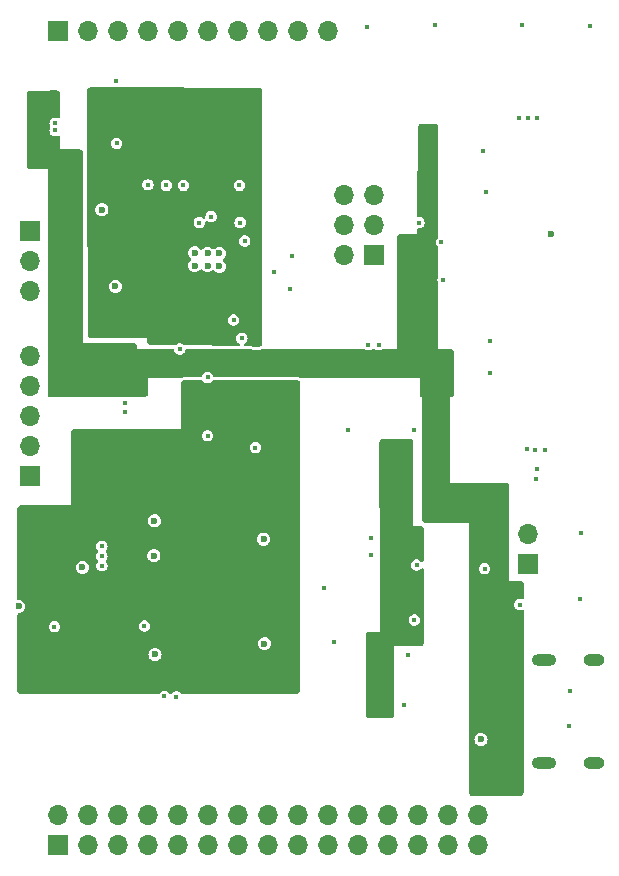
<source format=gbr>
%TF.GenerationSoftware,KiCad,Pcbnew,8.0.4-8.0.4-0~ubuntu22.04.1*%
%TF.CreationDate,2024-09-01T23:10:33+08:00*%
%TF.ProjectId,R820T_With_LCMXO2,52383230-545f-4576-9974-685f4c434d58,rev?*%
%TF.SameCoordinates,Original*%
%TF.FileFunction,Copper,L3,Inr*%
%TF.FilePolarity,Positive*%
%FSLAX46Y46*%
G04 Gerber Fmt 4.6, Leading zero omitted, Abs format (unit mm)*
G04 Created by KiCad (PCBNEW 8.0.4-8.0.4-0~ubuntu22.04.1) date 2024-09-01 23:10:33*
%MOMM*%
%LPD*%
G01*
G04 APERTURE LIST*
%TA.AperFunction,ComponentPad*%
%ADD10O,2.100000X1.000000*%
%TD*%
%TA.AperFunction,ComponentPad*%
%ADD11O,1.800000X1.000000*%
%TD*%
%TA.AperFunction,ComponentPad*%
%ADD12R,1.700000X1.700000*%
%TD*%
%TA.AperFunction,ComponentPad*%
%ADD13O,1.700000X1.700000*%
%TD*%
%TA.AperFunction,ViaPad*%
%ADD14C,0.450000*%
%TD*%
%TA.AperFunction,ViaPad*%
%ADD15C,0.600000*%
%TD*%
G04 APERTURE END LIST*
D10*
%TO.N,AGND*%
%TO.C,J1*%
X148444999Y-139765000D03*
D11*
X152644999Y-139765000D03*
D10*
X148444999Y-131125000D03*
D11*
X152644999Y-131125000D03*
%TD*%
D12*
%TO.N,MIXER_LO*%
%TO.C,J11*%
X134015000Y-96780000D03*
D13*
%TO.N,FPGA_LO*%
X131475000Y-96780000D03*
%TO.N,MIXER_LO*%
X134015000Y-94240000D03*
%TO.N,PLL_LO*%
X131475000Y-94240000D03*
%TO.N,MIXER_LO*%
X134015000Y-91700000D03*
%TO.N,EXT_LO*%
X131475000Y-91700000D03*
%TD*%
D12*
%TO.N,4350_SPI_CLK*%
%TO.C,J9*%
X104925000Y-94750000D03*
D13*
%TO.N,4350_SPI_DATA*%
X104925000Y-97290000D03*
%TO.N,4350_SPI_LE*%
X104925000Y-99830000D03*
%TD*%
D12*
%TO.N,AGND*%
%TO.C,J3*%
X104900000Y-115500000D03*
D13*
%TO.N,TDI*%
X104900000Y-112960000D03*
%TO.N,TDO*%
X104900000Y-110420000D03*
%TO.N,TCK*%
X104900000Y-107880000D03*
%TO.N,TMS*%
X104900000Y-105340000D03*
%TD*%
D12*
%TO.N,Net-(J2-In)*%
%TO.C,J8*%
X147075000Y-122975000D03*
D13*
%TO.N,ADC_IN*%
X147075000Y-120435000D03*
%TD*%
D12*
%TO.N,unconnected-(J5-Pin_1-Pad1)*%
%TO.C,J5*%
X107287113Y-77844521D03*
D13*
%TO.N,unconnected-(J5-Pin_2-Pad2)*%
X109827113Y-77844521D03*
%TO.N,unconnected-(J5-Pin_3-Pad3)*%
X112367113Y-77844521D03*
%TO.N,unconnected-(J5-Pin_4-Pad4)*%
X114907113Y-77844521D03*
%TO.N,unconnected-(J5-Pin_5-Pad5)*%
X117447113Y-77844521D03*
%TO.N,unconnected-(J5-Pin_6-Pad6)*%
X119987113Y-77844521D03*
%TO.N,unconnected-(J5-Pin_7-Pad7)*%
X122527113Y-77844521D03*
%TO.N,unconnected-(J5-Pin_8-Pad8)*%
X125067113Y-77844521D03*
%TO.N,unconnected-(J5-Pin_9-Pad9)*%
X127607113Y-77844521D03*
%TO.N,unconnected-(J5-Pin_10-Pad10)*%
X130147113Y-77844521D03*
%TD*%
D12*
%TO.N,unconnected-(J7-Pin_1-Pad1)*%
%TO.C,J7*%
X107273600Y-146756254D03*
D13*
%TO.N,AGND*%
X107273600Y-144216254D03*
%TO.N,UART0_TXD*%
X109813600Y-146756254D03*
%TO.N,GPIO73*%
X109813600Y-144216254D03*
%TO.N,UART0_RXD*%
X112353600Y-146756254D03*
%TO.N,GPIO72*%
X112353600Y-144216254D03*
%TO.N,unconnected-(J7-Pin_7-Pad7)*%
X114893600Y-146756254D03*
%TO.N,GPIO75*%
X114893600Y-144216254D03*
%TO.N,unconnected-(J7-Pin_9-Pad9)*%
X117433600Y-146756254D03*
%TO.N,GPIO74*%
X117433600Y-144216254D03*
%TO.N,unconnected-(J7-Pin_11-Pad11)*%
X119973600Y-146756254D03*
%TO.N,unconnected-(J7-Pin_12-Pad12)*%
X119973600Y-144216254D03*
%TO.N,unconnected-(J7-Pin_13-Pad13)*%
X122513600Y-146756254D03*
%TO.N,unconnected-(J7-Pin_14-Pad14)*%
X122513600Y-144216254D03*
%TO.N,GPIO69*%
X125053600Y-146756254D03*
%TO.N,GPIO85*%
X125053600Y-144216254D03*
%TO.N,GPIO70*%
X127593600Y-146756254D03*
%TO.N,GPIO84*%
X127593600Y-144216254D03*
%TO.N,AGND*%
X130133600Y-146756254D03*
X130133600Y-144216254D03*
%TO.N,GPIO60*%
X132673600Y-146756254D03*
%TO.N,GPIO63*%
X132673600Y-144216254D03*
%TO.N,GPIO64*%
X135213600Y-146756254D03*
%TO.N,GPIO61*%
X135213600Y-144216254D03*
%TO.N,GPIO67*%
X137753600Y-146756254D03*
%TO.N,GPIO62*%
X137753600Y-144216254D03*
%TO.N,GPIO65*%
X140293600Y-146756254D03*
%TO.N,GPIO66*%
X140293600Y-144216254D03*
%TO.N,VCC*%
X142833600Y-146756254D03*
%TO.N,AGND*%
X142833600Y-144216254D03*
%TD*%
D14*
%TO.N,DONE*%
X106950000Y-128260000D03*
X114575000Y-128200000D03*
%TO.N,+3V3_D*%
X113825000Y-129800000D03*
X125975000Y-131400000D03*
D15*
X104097890Y-128258842D03*
D14*
X113825000Y-123800000D03*
X123975000Y-131250000D03*
D15*
X121925000Y-107850000D03*
D14*
X113920945Y-131274897D03*
X113825000Y-120800000D03*
D15*
X107775000Y-123200000D03*
D14*
X126275000Y-128850000D03*
D15*
X121225000Y-108350000D03*
X121925000Y-108850000D03*
D14*
X113975000Y-118400000D03*
X126225000Y-119800000D03*
D15*
%TO.N,VCC*%
X138925000Y-86450000D03*
X145975000Y-141500000D03*
X146025000Y-139950000D03*
X105125000Y-84350000D03*
X136925000Y-105350000D03*
X136925000Y-106200000D03*
X145075000Y-139400000D03*
X136625000Y-95650000D03*
X112925000Y-107300000D03*
X139225000Y-114550000D03*
X145075000Y-142050000D03*
X145075000Y-140650000D03*
X105175000Y-83450000D03*
X112925000Y-108250000D03*
D14*
%TO.N,+3V3_A*%
X137525000Y-121300000D03*
D15*
X136125000Y-112600000D03*
X135475000Y-113300000D03*
X134825000Y-112600000D03*
D14*
X137725000Y-124350000D03*
X134825000Y-132400000D03*
D15*
X135525000Y-120300000D03*
D14*
%TO.N,AGND*%
X119925000Y-107150000D03*
X122825000Y-103850000D03*
D15*
X118825000Y-97700000D03*
D14*
X146575000Y-77350000D03*
D15*
X115375000Y-122250000D03*
D14*
X147775000Y-114950000D03*
X117875000Y-90900000D03*
X151475000Y-125900000D03*
D15*
X115475000Y-130600000D03*
D14*
X133525000Y-104400000D03*
X148475000Y-113300000D03*
D15*
X120925000Y-97750000D03*
D14*
X133775000Y-120750000D03*
X130625000Y-129550000D03*
X112975000Y-110050000D03*
D15*
X109325000Y-123250000D03*
D14*
X117575000Y-104750000D03*
X112975000Y-109300000D03*
X146275000Y-85200000D03*
X143375000Y-123350000D03*
X122625000Y-90900000D03*
X114875000Y-90850000D03*
X152275000Y-77400000D03*
X112175000Y-82100000D03*
X143225000Y-87950000D03*
D15*
X148975000Y-95000000D03*
D14*
X147725000Y-115800000D03*
X143875000Y-106750000D03*
X112225000Y-87350000D03*
X146375000Y-126400000D03*
D15*
X118825000Y-96600000D03*
D14*
X151525000Y-120300000D03*
X123975000Y-113100000D03*
D15*
X143075000Y-137800000D03*
D14*
X146975000Y-113250000D03*
X147675000Y-113300000D03*
X137425000Y-127700000D03*
X136525000Y-134900000D03*
X126925000Y-99700000D03*
X107025000Y-86250000D03*
D15*
X124675000Y-120850000D03*
D14*
X143875000Y-104050000D03*
X147775000Y-85200000D03*
D15*
X119925000Y-96650000D03*
X103925000Y-126550000D03*
X115425000Y-119300000D03*
D14*
X143475000Y-91450000D03*
D15*
X112125000Y-99450000D03*
D14*
X119925000Y-112100000D03*
X116425000Y-90900000D03*
X131825000Y-111600000D03*
D15*
X124725000Y-129700000D03*
D14*
X137825000Y-94050000D03*
D15*
X110975000Y-92950000D03*
D14*
X139875000Y-98900000D03*
X137625000Y-123050000D03*
X134425000Y-104400000D03*
X137375000Y-111650000D03*
X107025000Y-85650000D03*
X147025000Y-85200000D03*
D15*
X119925000Y-97700000D03*
X120925000Y-96650000D03*
D14*
X133425000Y-77450000D03*
X139175000Y-77300000D03*
%TO.N,Net-(J1-CC1)*%
X150525000Y-136700000D03*
%TO.N,Net-(J1-CC2)*%
X150575000Y-133750000D03*
%TO.N,ADC_CLK*%
X136875000Y-130700000D03*
X129775000Y-125000000D03*
%TO.N,GPIO84*%
X117275000Y-134200000D03*
%TO.N,GPIO85*%
X116275000Y-134150000D03*
%TO.N,Net-(U3-DVDD)*%
X133775000Y-122200000D03*
%TO.N,Net-(U5-VCC)*%
X139725000Y-95700000D03*
%TO.N,+3V3_PLL*%
X116325000Y-98900000D03*
D15*
X113175000Y-83800000D03*
X120475000Y-92500000D03*
X113825000Y-83200000D03*
D14*
X116325000Y-97300000D03*
D15*
X113825000Y-84400000D03*
D14*
X119625000Y-100875000D03*
X116325000Y-95900000D03*
D15*
X113575000Y-96150000D03*
D14*
X122975000Y-98600000D03*
%TO.N,Net-(U7-RSET)*%
X119225000Y-94050000D03*
%TO.N,4350_SPI_CLK*%
X110975000Y-121450000D03*
%TO.N,4350_SPI_DATA*%
X110975000Y-122300000D03*
%TO.N,+3V3_PLL_VCO*%
X123075000Y-95600000D03*
X122675000Y-94050000D03*
%TO.N,4350_SPI_LE*%
X110975000Y-123100000D03*
%TO.N,Net-(U7-VTUNE)*%
X122125000Y-102300000D03*
X120225000Y-93550000D03*
%TO.N,Net-(C61-Pad1)*%
X125575000Y-98200000D03*
%TO.N,Net-(C62-Pad1)*%
X127075000Y-96850000D03*
%TD*%
%TA.AperFunction,Conductor*%
%TO.N,+3V3_PLL*%
G36*
X112080341Y-82608264D02*
G01*
X123974434Y-82649998D01*
X123974507Y-82650019D01*
X123974507Y-82649998D01*
X123974953Y-82649999D01*
X123974993Y-82650000D01*
X123975000Y-82650000D01*
X124308589Y-82650000D01*
X124333170Y-82652421D01*
X124359458Y-82657649D01*
X124393621Y-82664445D01*
X124439037Y-82683257D01*
X124479768Y-82710472D01*
X124514527Y-82745231D01*
X124541741Y-82785959D01*
X124560554Y-82831378D01*
X124572579Y-82891829D01*
X124575000Y-82916411D01*
X124575000Y-104279527D01*
X124572531Y-104304347D01*
X124560274Y-104365350D01*
X124541102Y-104411136D01*
X124513404Y-104452075D01*
X124478038Y-104486901D01*
X124436672Y-104513970D01*
X124390595Y-104532437D01*
X124329413Y-104543753D01*
X124304559Y-104545839D01*
X123085501Y-104527084D01*
X123017696Y-104506037D01*
X122972034Y-104451672D01*
X122963012Y-104381251D01*
X122993495Y-104317131D01*
X123019319Y-104295100D01*
X123026234Y-104290655D01*
X123026240Y-104290654D01*
X123142235Y-104216109D01*
X123232529Y-104111903D01*
X123289808Y-103986480D01*
X123309431Y-103850000D01*
X123309431Y-103849996D01*
X123289809Y-103713526D01*
X123289808Y-103713525D01*
X123289808Y-103713520D01*
X123232529Y-103588097D01*
X123142235Y-103483891D01*
X123142234Y-103483890D01*
X123142233Y-103483889D01*
X123026240Y-103409346D01*
X122893947Y-103370501D01*
X122893944Y-103370500D01*
X122893942Y-103370500D01*
X122756058Y-103370500D01*
X122756056Y-103370500D01*
X122756052Y-103370501D01*
X122623759Y-103409346D01*
X122507766Y-103483889D01*
X122417470Y-103588098D01*
X122360192Y-103713519D01*
X122360190Y-103713526D01*
X122340569Y-103849996D01*
X122340569Y-103850003D01*
X122360190Y-103986473D01*
X122360192Y-103986480D01*
X122417471Y-104111903D01*
X122439728Y-104137589D01*
X122507766Y-104216110D01*
X122617806Y-104286828D01*
X122664299Y-104340483D01*
X122674404Y-104410757D01*
X122644911Y-104475338D01*
X122585185Y-104513722D01*
X122547748Y-104518811D01*
X118004191Y-104448910D01*
X117936386Y-104427863D01*
X117910905Y-104405437D01*
X117896292Y-104388573D01*
X117892234Y-104383889D01*
X117776240Y-104309346D01*
X117643947Y-104270501D01*
X117643944Y-104270500D01*
X117643942Y-104270500D01*
X117506058Y-104270500D01*
X117506056Y-104270500D01*
X117506052Y-104270501D01*
X117373759Y-104309346D01*
X117257766Y-104383889D01*
X117250435Y-104392350D01*
X117190707Y-104430731D01*
X117153275Y-104435819D01*
X116795977Y-104430322D01*
X115087371Y-104404035D01*
X115063078Y-104401289D01*
X115021099Y-104392350D01*
X115003363Y-104388573D01*
X114958600Y-104369423D01*
X114918514Y-104342077D01*
X114884355Y-104307389D01*
X114857625Y-104266880D01*
X114839169Y-104221832D01*
X114827374Y-104161932D01*
X114825000Y-104137589D01*
X114825000Y-104053999D01*
X114825000Y-103800000D01*
X114571003Y-103800000D01*
X110040850Y-103800000D01*
X110016301Y-103797585D01*
X109955931Y-103785593D01*
X109910564Y-103766830D01*
X109869864Y-103739682D01*
X109835114Y-103705006D01*
X109807882Y-103664369D01*
X109789020Y-103619037D01*
X109776900Y-103558692D01*
X109774433Y-103534155D01*
X109771802Y-102299996D01*
X121640569Y-102299996D01*
X121640569Y-102300003D01*
X121660190Y-102436473D01*
X121660192Y-102436480D01*
X121717471Y-102561903D01*
X121807765Y-102666109D01*
X121807766Y-102666110D01*
X121865762Y-102703381D01*
X121923760Y-102740654D01*
X122056058Y-102779500D01*
X122056061Y-102779500D01*
X122193939Y-102779500D01*
X122193942Y-102779500D01*
X122326240Y-102740654D01*
X122442235Y-102666109D01*
X122532529Y-102561903D01*
X122589808Y-102436480D01*
X122609431Y-102300000D01*
X122609431Y-102299996D01*
X122589809Y-102163526D01*
X122589808Y-102163525D01*
X122589808Y-102163520D01*
X122532529Y-102038097D01*
X122442235Y-101933891D01*
X122442234Y-101933890D01*
X122442233Y-101933889D01*
X122326240Y-101859346D01*
X122193947Y-101820501D01*
X122193944Y-101820500D01*
X122193942Y-101820500D01*
X122056058Y-101820500D01*
X122056056Y-101820500D01*
X122056052Y-101820501D01*
X121923759Y-101859346D01*
X121807766Y-101933889D01*
X121717470Y-102038098D01*
X121660192Y-102163519D01*
X121660190Y-102163526D01*
X121640569Y-102299996D01*
X109771802Y-102299996D01*
X109765726Y-99449999D01*
X111565715Y-99449999D01*
X111565715Y-99450000D01*
X111584771Y-99594752D01*
X111640644Y-99729641D01*
X111640649Y-99729649D01*
X111729525Y-99845474D01*
X111845350Y-99934350D01*
X111845357Y-99934355D01*
X111980246Y-99990228D01*
X112125000Y-100009285D01*
X112269754Y-99990228D01*
X112404643Y-99934355D01*
X112520474Y-99845474D01*
X112609355Y-99729643D01*
X112665228Y-99594754D01*
X112684285Y-99450000D01*
X112665228Y-99305246D01*
X112609355Y-99170358D01*
X112520474Y-99054526D01*
X112520472Y-99054524D01*
X112520471Y-99054523D01*
X112404649Y-98965649D01*
X112404641Y-98965644D01*
X112269752Y-98909771D01*
X112125000Y-98890715D01*
X111980247Y-98909771D01*
X111912802Y-98937708D01*
X111845358Y-98965645D01*
X111845357Y-98965646D01*
X111845356Y-98965646D01*
X111729526Y-99054526D01*
X111640646Y-99170356D01*
X111640645Y-99170358D01*
X111612708Y-99237802D01*
X111584771Y-99305247D01*
X111565715Y-99449999D01*
X109765726Y-99449999D01*
X109759650Y-96599999D01*
X118265715Y-96599999D01*
X118265715Y-96600000D01*
X118284771Y-96744752D01*
X118340644Y-96879641D01*
X118340649Y-96879649D01*
X118429525Y-96995474D01*
X118500634Y-97050038D01*
X118542501Y-97107376D01*
X118546723Y-97178247D01*
X118511959Y-97240150D01*
X118500634Y-97249962D01*
X118429528Y-97304523D01*
X118340646Y-97420356D01*
X118340645Y-97420358D01*
X118340080Y-97421723D01*
X118284771Y-97555247D01*
X118265715Y-97699999D01*
X118265715Y-97700000D01*
X118284771Y-97844752D01*
X118340644Y-97979641D01*
X118340649Y-97979649D01*
X118429525Y-98095474D01*
X118545350Y-98184350D01*
X118545357Y-98184355D01*
X118680246Y-98240228D01*
X118825000Y-98259285D01*
X118969754Y-98240228D01*
X119104643Y-98184355D01*
X119220474Y-98095474D01*
X119270984Y-98029649D01*
X119275038Y-98024366D01*
X119332376Y-97982499D01*
X119403247Y-97978277D01*
X119465150Y-98013041D01*
X119474962Y-98024366D01*
X119529525Y-98095474D01*
X119645350Y-98184350D01*
X119645357Y-98184355D01*
X119780246Y-98240228D01*
X119925000Y-98259285D01*
X120069754Y-98240228D01*
X120204643Y-98184355D01*
X120297792Y-98112879D01*
X120327026Y-98090447D01*
X120329048Y-98093082D01*
X120377695Y-98066481D01*
X120448514Y-98071503D01*
X120504514Y-98112879D01*
X120529526Y-98145475D01*
X120645350Y-98234350D01*
X120645357Y-98234355D01*
X120780246Y-98290228D01*
X120925000Y-98309285D01*
X121069754Y-98290228D01*
X121204643Y-98234355D01*
X121320474Y-98145474D01*
X121409355Y-98029643D01*
X121465228Y-97894754D01*
X121484285Y-97750000D01*
X121465228Y-97605246D01*
X121409355Y-97470358D01*
X121320474Y-97354526D01*
X121320472Y-97354524D01*
X121320471Y-97354523D01*
X121249366Y-97299962D01*
X121207499Y-97242624D01*
X121203277Y-97171753D01*
X121238041Y-97109850D01*
X121249366Y-97100038D01*
X121320474Y-97045474D01*
X121394220Y-96949367D01*
X121409355Y-96929643D01*
X121465228Y-96794754D01*
X121484285Y-96650000D01*
X121465228Y-96505246D01*
X121409355Y-96370358D01*
X121320474Y-96254526D01*
X121320472Y-96254524D01*
X121320471Y-96254523D01*
X121204649Y-96165649D01*
X121204641Y-96165644D01*
X121069752Y-96109771D01*
X120925000Y-96090715D01*
X120780247Y-96109771D01*
X120712802Y-96137708D01*
X120645358Y-96165645D01*
X120645357Y-96165646D01*
X120645356Y-96165646D01*
X120529525Y-96254526D01*
X120524962Y-96260474D01*
X120467623Y-96302341D01*
X120396752Y-96306562D01*
X120334850Y-96271797D01*
X120325038Y-96260474D01*
X120320472Y-96254524D01*
X120204649Y-96165649D01*
X120204641Y-96165644D01*
X120069752Y-96109771D01*
X119925000Y-96090715D01*
X119780247Y-96109771D01*
X119712802Y-96137708D01*
X119645358Y-96165645D01*
X119645357Y-96165646D01*
X119645356Y-96165646D01*
X119529525Y-96254526D01*
X119494145Y-96300635D01*
X119436807Y-96342502D01*
X119365936Y-96346723D01*
X119304033Y-96311958D01*
X119294221Y-96300634D01*
X119220474Y-96204525D01*
X119104649Y-96115649D01*
X119104641Y-96115644D01*
X118969752Y-96059771D01*
X118825000Y-96040715D01*
X118680247Y-96059771D01*
X118612802Y-96087708D01*
X118545358Y-96115645D01*
X118545357Y-96115646D01*
X118545356Y-96115646D01*
X118429526Y-96204526D01*
X118340646Y-96320356D01*
X118340645Y-96320358D01*
X118319935Y-96370356D01*
X118284771Y-96455247D01*
X118265715Y-96599999D01*
X109759650Y-96599999D01*
X109757518Y-95599996D01*
X122590569Y-95599996D01*
X122590569Y-95600003D01*
X122610190Y-95736473D01*
X122610192Y-95736480D01*
X122667471Y-95861903D01*
X122757765Y-95966109D01*
X122757766Y-95966110D01*
X122815762Y-96003381D01*
X122873760Y-96040654D01*
X123006058Y-96079500D01*
X123006061Y-96079500D01*
X123143939Y-96079500D01*
X123143942Y-96079500D01*
X123276240Y-96040654D01*
X123392235Y-95966109D01*
X123482529Y-95861903D01*
X123539808Y-95736480D01*
X123559431Y-95600000D01*
X123559431Y-95599996D01*
X123539809Y-95463526D01*
X123539808Y-95463525D01*
X123539808Y-95463520D01*
X123482529Y-95338097D01*
X123392235Y-95233891D01*
X123392234Y-95233890D01*
X123392233Y-95233889D01*
X123276240Y-95159346D01*
X123143947Y-95120501D01*
X123143944Y-95120500D01*
X123143942Y-95120500D01*
X123006058Y-95120500D01*
X123006056Y-95120500D01*
X123006052Y-95120501D01*
X122873759Y-95159346D01*
X122757766Y-95233889D01*
X122667470Y-95338098D01*
X122610192Y-95463519D01*
X122610190Y-95463526D01*
X122590569Y-95599996D01*
X109757518Y-95599996D01*
X109754214Y-94049996D01*
X118740569Y-94049996D01*
X118740569Y-94050003D01*
X118760190Y-94186473D01*
X118760192Y-94186480D01*
X118817471Y-94311903D01*
X118907765Y-94416109D01*
X118907766Y-94416110D01*
X118965762Y-94453381D01*
X119023760Y-94490654D01*
X119156058Y-94529500D01*
X119156061Y-94529500D01*
X119293939Y-94529500D01*
X119293942Y-94529500D01*
X119426240Y-94490654D01*
X119542235Y-94416109D01*
X119632529Y-94311903D01*
X119689808Y-94186480D01*
X119709431Y-94050000D01*
X119709431Y-94049996D01*
X122190569Y-94049996D01*
X122190569Y-94050003D01*
X122210190Y-94186473D01*
X122210192Y-94186480D01*
X122267471Y-94311903D01*
X122357765Y-94416109D01*
X122357766Y-94416110D01*
X122415762Y-94453381D01*
X122473760Y-94490654D01*
X122606058Y-94529500D01*
X122606061Y-94529500D01*
X122743939Y-94529500D01*
X122743942Y-94529500D01*
X122876240Y-94490654D01*
X122992235Y-94416109D01*
X123082529Y-94311903D01*
X123139808Y-94186480D01*
X123159431Y-94050000D01*
X123159431Y-94049996D01*
X123139809Y-93913526D01*
X123139808Y-93913525D01*
X123139808Y-93913520D01*
X123082529Y-93788097D01*
X122992235Y-93683891D01*
X122992234Y-93683890D01*
X122992233Y-93683889D01*
X122876240Y-93609346D01*
X122743947Y-93570501D01*
X122743944Y-93570500D01*
X122743942Y-93570500D01*
X122606058Y-93570500D01*
X122606056Y-93570500D01*
X122606052Y-93570501D01*
X122473759Y-93609346D01*
X122357766Y-93683889D01*
X122267470Y-93788098D01*
X122210192Y-93913519D01*
X122210190Y-93913526D01*
X122190569Y-94049996D01*
X119709431Y-94049996D01*
X119707292Y-94035120D01*
X119717395Y-93964846D01*
X119763888Y-93911190D01*
X119832009Y-93891188D01*
X119900129Y-93911190D01*
X119900243Y-93911275D01*
X119919508Y-93923656D01*
X120023760Y-93990654D01*
X120156058Y-94029500D01*
X120156061Y-94029500D01*
X120293939Y-94029500D01*
X120293942Y-94029500D01*
X120426240Y-93990654D01*
X120542235Y-93916109D01*
X120632529Y-93811903D01*
X120689808Y-93686480D01*
X120697187Y-93635157D01*
X120709431Y-93550003D01*
X120709431Y-93549996D01*
X120689809Y-93413526D01*
X120689808Y-93413525D01*
X120689808Y-93413520D01*
X120632529Y-93288097D01*
X120542235Y-93183891D01*
X120542234Y-93183890D01*
X120542233Y-93183889D01*
X120426240Y-93109346D01*
X120293947Y-93070501D01*
X120293944Y-93070500D01*
X120293942Y-93070500D01*
X120156058Y-93070500D01*
X120156056Y-93070500D01*
X120156052Y-93070501D01*
X120023759Y-93109346D01*
X119907766Y-93183889D01*
X119817470Y-93288098D01*
X119760192Y-93413519D01*
X119760190Y-93413526D01*
X119740569Y-93549996D01*
X119740569Y-93550002D01*
X119742708Y-93564883D01*
X119732602Y-93635157D01*
X119686107Y-93688811D01*
X119617986Y-93708811D01*
X119549866Y-93688807D01*
X119549748Y-93688719D01*
X119426240Y-93609346D01*
X119293947Y-93570501D01*
X119293944Y-93570500D01*
X119293942Y-93570500D01*
X119156058Y-93570500D01*
X119156056Y-93570500D01*
X119156052Y-93570501D01*
X119023759Y-93609346D01*
X118907766Y-93683889D01*
X118817470Y-93788098D01*
X118760192Y-93913519D01*
X118760190Y-93913526D01*
X118740569Y-94049996D01*
X109754214Y-94049996D01*
X109751869Y-92949999D01*
X110415715Y-92949999D01*
X110415715Y-92950000D01*
X110434771Y-93094752D01*
X110490644Y-93229641D01*
X110490649Y-93229649D01*
X110579525Y-93345474D01*
X110668212Y-93413526D01*
X110695357Y-93434355D01*
X110830246Y-93490228D01*
X110975000Y-93509285D01*
X111119754Y-93490228D01*
X111254643Y-93434355D01*
X111370474Y-93345474D01*
X111459355Y-93229643D01*
X111515228Y-93094754D01*
X111534285Y-92950000D01*
X111515228Y-92805246D01*
X111459355Y-92670358D01*
X111370474Y-92554526D01*
X111370472Y-92554524D01*
X111370471Y-92554523D01*
X111254649Y-92465649D01*
X111254641Y-92465644D01*
X111119752Y-92409771D01*
X110975000Y-92390715D01*
X110830247Y-92409771D01*
X110762802Y-92437708D01*
X110695358Y-92465645D01*
X110695357Y-92465646D01*
X110695356Y-92465646D01*
X110579526Y-92554526D01*
X110490646Y-92670356D01*
X110490645Y-92670358D01*
X110462708Y-92737802D01*
X110434771Y-92805247D01*
X110415715Y-92949999D01*
X109751869Y-92949999D01*
X109747392Y-90849996D01*
X114390569Y-90849996D01*
X114390569Y-90850003D01*
X114410190Y-90986473D01*
X114410192Y-90986480D01*
X114467471Y-91111903D01*
X114510794Y-91161901D01*
X114557766Y-91216110D01*
X114615762Y-91253381D01*
X114673760Y-91290654D01*
X114806058Y-91329500D01*
X114806061Y-91329500D01*
X114943939Y-91329500D01*
X114943942Y-91329500D01*
X115076240Y-91290654D01*
X115192235Y-91216109D01*
X115282529Y-91111903D01*
X115339808Y-90986480D01*
X115352243Y-90899996D01*
X115940569Y-90899996D01*
X115940569Y-90900003D01*
X115960190Y-91036473D01*
X115960192Y-91036480D01*
X116017471Y-91161903D01*
X116107765Y-91266109D01*
X116107766Y-91266110D01*
X116145956Y-91290653D01*
X116223760Y-91340654D01*
X116356058Y-91379500D01*
X116356061Y-91379500D01*
X116493939Y-91379500D01*
X116493942Y-91379500D01*
X116626240Y-91340654D01*
X116742235Y-91266109D01*
X116832529Y-91161903D01*
X116889808Y-91036480D01*
X116909431Y-90900000D01*
X116909431Y-90899996D01*
X117390569Y-90899996D01*
X117390569Y-90900003D01*
X117410190Y-91036473D01*
X117410192Y-91036480D01*
X117467471Y-91161903D01*
X117557765Y-91266109D01*
X117557766Y-91266110D01*
X117595956Y-91290653D01*
X117673760Y-91340654D01*
X117806058Y-91379500D01*
X117806061Y-91379500D01*
X117943939Y-91379500D01*
X117943942Y-91379500D01*
X118076240Y-91340654D01*
X118192235Y-91266109D01*
X118282529Y-91161903D01*
X118339808Y-91036480D01*
X118359431Y-90900000D01*
X118359431Y-90899996D01*
X122140569Y-90899996D01*
X122140569Y-90900003D01*
X122160190Y-91036473D01*
X122160192Y-91036480D01*
X122217471Y-91161903D01*
X122307765Y-91266109D01*
X122307766Y-91266110D01*
X122345956Y-91290653D01*
X122423760Y-91340654D01*
X122556058Y-91379500D01*
X122556061Y-91379500D01*
X122693939Y-91379500D01*
X122693942Y-91379500D01*
X122826240Y-91340654D01*
X122942235Y-91266109D01*
X123032529Y-91161903D01*
X123089808Y-91036480D01*
X123109431Y-90900000D01*
X123109431Y-90899996D01*
X123089809Y-90763526D01*
X123089808Y-90763525D01*
X123089808Y-90763520D01*
X123032529Y-90638097D01*
X122942235Y-90533891D01*
X122942234Y-90533890D01*
X122942233Y-90533889D01*
X122826240Y-90459346D01*
X122693947Y-90420501D01*
X122693944Y-90420500D01*
X122693942Y-90420500D01*
X122556058Y-90420500D01*
X122556056Y-90420500D01*
X122556052Y-90420501D01*
X122423759Y-90459346D01*
X122307766Y-90533889D01*
X122217470Y-90638098D01*
X122160192Y-90763519D01*
X122160190Y-90763526D01*
X122140569Y-90899996D01*
X118359431Y-90899996D01*
X118339809Y-90763526D01*
X118339808Y-90763525D01*
X118339808Y-90763520D01*
X118282529Y-90638097D01*
X118192235Y-90533891D01*
X118192234Y-90533890D01*
X118192233Y-90533889D01*
X118076240Y-90459346D01*
X117943947Y-90420501D01*
X117943944Y-90420500D01*
X117943942Y-90420500D01*
X117806058Y-90420500D01*
X117806056Y-90420500D01*
X117806052Y-90420501D01*
X117673759Y-90459346D01*
X117557766Y-90533889D01*
X117467470Y-90638098D01*
X117410192Y-90763519D01*
X117410190Y-90763526D01*
X117390569Y-90899996D01*
X116909431Y-90899996D01*
X116889809Y-90763526D01*
X116889808Y-90763525D01*
X116889808Y-90763520D01*
X116832529Y-90638097D01*
X116742235Y-90533891D01*
X116742234Y-90533890D01*
X116742233Y-90533889D01*
X116626240Y-90459346D01*
X116493947Y-90420501D01*
X116493944Y-90420500D01*
X116493942Y-90420500D01*
X116356058Y-90420500D01*
X116356056Y-90420500D01*
X116356052Y-90420501D01*
X116223759Y-90459346D01*
X116107766Y-90533889D01*
X116017470Y-90638098D01*
X115960192Y-90763519D01*
X115960190Y-90763526D01*
X115940569Y-90899996D01*
X115352243Y-90899996D01*
X115359431Y-90850000D01*
X115359431Y-90849996D01*
X115339809Y-90713526D01*
X115339808Y-90713525D01*
X115339808Y-90713520D01*
X115282529Y-90588097D01*
X115192235Y-90483891D01*
X115192234Y-90483890D01*
X115192233Y-90483889D01*
X115076240Y-90409346D01*
X114943947Y-90370501D01*
X114943944Y-90370500D01*
X114943942Y-90370500D01*
X114806058Y-90370500D01*
X114806056Y-90370500D01*
X114806052Y-90370501D01*
X114673759Y-90409346D01*
X114557766Y-90483889D01*
X114467470Y-90588098D01*
X114410192Y-90713519D01*
X114410190Y-90713526D01*
X114390569Y-90849996D01*
X109747392Y-90849996D01*
X109739931Y-87349996D01*
X111740569Y-87349996D01*
X111740569Y-87350003D01*
X111760190Y-87486473D01*
X111760192Y-87486480D01*
X111817471Y-87611903D01*
X111907765Y-87716109D01*
X111907766Y-87716110D01*
X111965762Y-87753381D01*
X112023760Y-87790654D01*
X112156058Y-87829500D01*
X112156061Y-87829500D01*
X112293939Y-87829500D01*
X112293942Y-87829500D01*
X112426240Y-87790654D01*
X112542235Y-87716109D01*
X112632529Y-87611903D01*
X112689808Y-87486480D01*
X112709431Y-87350000D01*
X112709431Y-87349996D01*
X112689809Y-87213526D01*
X112689808Y-87213525D01*
X112689808Y-87213520D01*
X112632529Y-87088097D01*
X112542235Y-86983891D01*
X112542234Y-86983890D01*
X112542233Y-86983889D01*
X112426240Y-86909346D01*
X112293947Y-86870501D01*
X112293944Y-86870500D01*
X112293942Y-86870500D01*
X112156058Y-86870500D01*
X112156056Y-86870500D01*
X112156052Y-86870501D01*
X112023759Y-86909346D01*
X111907766Y-86983889D01*
X111817470Y-87088098D01*
X111760192Y-87213519D01*
X111760190Y-87213526D01*
X111740569Y-87349996D01*
X109739931Y-87349996D01*
X109739640Y-87213519D01*
X109737501Y-86210173D01*
X109737501Y-86210172D01*
X109737500Y-86209719D01*
X109737500Y-83093193D01*
X109737500Y-83090000D01*
X109731572Y-82857633D01*
X109733444Y-82832553D01*
X109741657Y-82785959D01*
X109743235Y-82777001D01*
X109761542Y-82730416D01*
X109785187Y-82693884D01*
X109820185Y-82658107D01*
X109856188Y-82633665D01*
X109902359Y-82614338D01*
X109957683Y-82603326D01*
X109982715Y-82600904D01*
X112080341Y-82608264D01*
G37*
%TD.AperFunction*%
%TD*%
%TA.AperFunction,Conductor*%
%TO.N,+3V3_A*%
G36*
X137083170Y-112352421D02*
G01*
X137109458Y-112357649D01*
X137143621Y-112364445D01*
X137189037Y-112383257D01*
X137229768Y-112410472D01*
X137264527Y-112445231D01*
X137291741Y-112485959D01*
X137310554Y-112531378D01*
X137322579Y-112591829D01*
X137325000Y-112616411D01*
X137325000Y-119750000D01*
X137958589Y-119750000D01*
X137983170Y-119752421D01*
X138009458Y-119757649D01*
X138043621Y-119764445D01*
X138089037Y-119783257D01*
X138129768Y-119810472D01*
X138164527Y-119845231D01*
X138191741Y-119885959D01*
X138210554Y-119931378D01*
X138222579Y-119991829D01*
X138225000Y-120016411D01*
X138225000Y-122672401D01*
X138204998Y-122740522D01*
X138151342Y-122787015D01*
X138081068Y-122797119D01*
X138016488Y-122767625D01*
X138003775Y-122754913D01*
X137942233Y-122683889D01*
X137826240Y-122609346D01*
X137693947Y-122570501D01*
X137693944Y-122570500D01*
X137693942Y-122570500D01*
X137556058Y-122570500D01*
X137556056Y-122570500D01*
X137556052Y-122570501D01*
X137423759Y-122609346D01*
X137307766Y-122683889D01*
X137217470Y-122788098D01*
X137160192Y-122913519D01*
X137160190Y-122913526D01*
X137140569Y-123049996D01*
X137140569Y-123050003D01*
X137160190Y-123186473D01*
X137160192Y-123186480D01*
X137217471Y-123311903D01*
X137246225Y-123345087D01*
X137307766Y-123416110D01*
X137325642Y-123427598D01*
X137423760Y-123490654D01*
X137556058Y-123529500D01*
X137556061Y-123529500D01*
X137693939Y-123529500D01*
X137693942Y-123529500D01*
X137826240Y-123490654D01*
X137942235Y-123416109D01*
X138003775Y-123345086D01*
X138063500Y-123306702D01*
X138134497Y-123306701D01*
X138194224Y-123345084D01*
X138223717Y-123409665D01*
X138225000Y-123427598D01*
X138225000Y-129633588D01*
X138222579Y-129658170D01*
X138210554Y-129718621D01*
X138191741Y-129764040D01*
X138164530Y-129804765D01*
X138129765Y-129839530D01*
X138089040Y-129866741D01*
X138043622Y-129885554D01*
X138005376Y-129893162D01*
X137983169Y-129897579D01*
X137958589Y-129900000D01*
X135725000Y-129900000D01*
X135725000Y-130153996D01*
X135725000Y-135733588D01*
X135722579Y-135758170D01*
X135710554Y-135818621D01*
X135691741Y-135864040D01*
X135664530Y-135904765D01*
X135629765Y-135939530D01*
X135589040Y-135966741D01*
X135543622Y-135985554D01*
X135505376Y-135993162D01*
X135483169Y-135997579D01*
X135458589Y-136000000D01*
X133591411Y-136000000D01*
X133566829Y-135997579D01*
X133506378Y-135985554D01*
X133460959Y-135966741D01*
X133420231Y-135939527D01*
X133385472Y-135904768D01*
X133358257Y-135864037D01*
X133339445Y-135818619D01*
X133327421Y-135758168D01*
X133325000Y-135733588D01*
X133325000Y-128966411D01*
X133327421Y-128941831D01*
X133339445Y-128881380D01*
X133358256Y-128835963D01*
X133385474Y-128795228D01*
X133420228Y-128760474D01*
X133460963Y-128733256D01*
X133506378Y-128714445D01*
X133530096Y-128709727D01*
X133566831Y-128702421D01*
X133591411Y-128700000D01*
X134269962Y-128700000D01*
X134269965Y-128700000D01*
X134525000Y-128700000D01*
X134520935Y-127699996D01*
X136940569Y-127699996D01*
X136940569Y-127700003D01*
X136960190Y-127836473D01*
X136960192Y-127836480D01*
X137017471Y-127961903D01*
X137107765Y-128066109D01*
X137107766Y-128066110D01*
X137165762Y-128103381D01*
X137223760Y-128140654D01*
X137356058Y-128179500D01*
X137356061Y-128179500D01*
X137493939Y-128179500D01*
X137493942Y-128179500D01*
X137626240Y-128140654D01*
X137742235Y-128066109D01*
X137832529Y-127961903D01*
X137889808Y-127836480D01*
X137909431Y-127700000D01*
X137909431Y-127699996D01*
X137889809Y-127563526D01*
X137889808Y-127563525D01*
X137889808Y-127563520D01*
X137832529Y-127438097D01*
X137742235Y-127333891D01*
X137742234Y-127333890D01*
X137742233Y-127333889D01*
X137626240Y-127259346D01*
X137493947Y-127220501D01*
X137493944Y-127220500D01*
X137493942Y-127220500D01*
X137356058Y-127220500D01*
X137356056Y-127220500D01*
X137356052Y-127220501D01*
X137223759Y-127259346D01*
X137107766Y-127333889D01*
X137017470Y-127438098D01*
X136960192Y-127563519D01*
X136960190Y-127563526D01*
X136940569Y-127699996D01*
X134520935Y-127699996D01*
X134489170Y-119885959D01*
X134475002Y-116400516D01*
X134475001Y-116400004D01*
X134475001Y-116400000D01*
X134475000Y-116399484D01*
X134475000Y-112616411D01*
X134477421Y-112591831D01*
X134489445Y-112531380D01*
X134508256Y-112485963D01*
X134535474Y-112445228D01*
X134570228Y-112410474D01*
X134610963Y-112383256D01*
X134656378Y-112364445D01*
X134680096Y-112359727D01*
X134716831Y-112352421D01*
X134741411Y-112350000D01*
X137058589Y-112350000D01*
X137083170Y-112352421D01*
G37*
%TD.AperFunction*%
%TD*%
%TA.AperFunction,Conductor*%
%TO.N,VCC*%
G36*
X140471120Y-108951444D02*
G01*
X140471119Y-108951448D01*
X140426649Y-115844361D01*
X140425000Y-116100000D01*
X145208589Y-116100000D01*
X145233170Y-116102421D01*
X145259458Y-116107649D01*
X145293621Y-116114445D01*
X145339037Y-116133257D01*
X145379768Y-116160472D01*
X145414527Y-116195231D01*
X145441741Y-116235959D01*
X145460554Y-116281378D01*
X145472579Y-116341829D01*
X145475000Y-116366411D01*
X145475000Y-124400000D01*
X146457868Y-124400000D01*
X146482490Y-124402428D01*
X146543039Y-124414494D01*
X146588526Y-124433372D01*
X146629291Y-124460671D01*
X146664067Y-124495544D01*
X146691252Y-124536382D01*
X146710004Y-124581917D01*
X146721903Y-124642497D01*
X146724265Y-124667128D01*
X146721059Y-125833898D01*
X146700869Y-125901964D01*
X146647086Y-125948309D01*
X146576785Y-125958220D01*
X146559561Y-125954448D01*
X146443947Y-125920501D01*
X146443944Y-125920500D01*
X146443942Y-125920500D01*
X146306058Y-125920500D01*
X146306056Y-125920500D01*
X146306052Y-125920501D01*
X146173759Y-125959346D01*
X146057766Y-126033889D01*
X145967470Y-126138098D01*
X145910192Y-126263519D01*
X145910190Y-126263526D01*
X145890569Y-126399996D01*
X145890569Y-126400003D01*
X145910190Y-126536473D01*
X145910192Y-126536480D01*
X145967471Y-126661903D01*
X146057765Y-126766109D01*
X146057766Y-126766110D01*
X146115762Y-126803381D01*
X146173760Y-126840654D01*
X146306058Y-126879500D01*
X146306061Y-126879500D01*
X146443939Y-126879500D01*
X146443942Y-126879500D01*
X146556449Y-126846465D01*
X146627443Y-126846465D01*
X146687169Y-126884848D01*
X146716662Y-126949429D01*
X146717945Y-126967707D01*
X146675730Y-142334313D01*
X146673249Y-142358848D01*
X146661100Y-142419161D01*
X146642226Y-142464461D01*
X146614990Y-142505072D01*
X146580240Y-142539728D01*
X146539553Y-142566854D01*
X146494198Y-142585604D01*
X146458010Y-142592789D01*
X146433848Y-142597587D01*
X146409311Y-142600000D01*
X142341411Y-142600000D01*
X142316829Y-142597579D01*
X142256378Y-142585554D01*
X142210959Y-142566741D01*
X142170231Y-142539527D01*
X142135472Y-142504768D01*
X142108257Y-142464037D01*
X142089445Y-142418619D01*
X142077421Y-142358168D01*
X142075000Y-142333588D01*
X142075000Y-137799999D01*
X142515715Y-137799999D01*
X142515715Y-137800000D01*
X142534771Y-137944752D01*
X142590644Y-138079641D01*
X142590649Y-138079649D01*
X142679525Y-138195474D01*
X142795350Y-138284350D01*
X142795357Y-138284355D01*
X142930246Y-138340228D01*
X143075000Y-138359285D01*
X143219754Y-138340228D01*
X143354643Y-138284355D01*
X143470474Y-138195474D01*
X143559355Y-138079643D01*
X143615228Y-137944754D01*
X143634285Y-137800000D01*
X143615228Y-137655246D01*
X143559355Y-137520358D01*
X143470474Y-137404526D01*
X143470472Y-137404524D01*
X143470471Y-137404523D01*
X143354649Y-137315649D01*
X143354641Y-137315644D01*
X143219752Y-137259771D01*
X143075000Y-137240715D01*
X142930247Y-137259771D01*
X142862802Y-137287708D01*
X142795358Y-137315645D01*
X142795357Y-137315646D01*
X142795356Y-137315646D01*
X142679526Y-137404526D01*
X142590646Y-137520356D01*
X142590645Y-137520358D01*
X142562708Y-137587802D01*
X142534771Y-137655247D01*
X142515715Y-137799999D01*
X142075000Y-137799999D01*
X142075000Y-123349996D01*
X142890569Y-123349996D01*
X142890569Y-123350003D01*
X142910190Y-123486473D01*
X142910192Y-123486480D01*
X142967471Y-123611903D01*
X143057765Y-123716109D01*
X143057766Y-123716110D01*
X143115762Y-123753381D01*
X143173760Y-123790654D01*
X143306058Y-123829500D01*
X143306061Y-123829500D01*
X143443939Y-123829500D01*
X143443942Y-123829500D01*
X143576240Y-123790654D01*
X143692235Y-123716109D01*
X143782529Y-123611903D01*
X143839808Y-123486480D01*
X143859431Y-123350000D01*
X143859431Y-123349996D01*
X143839809Y-123213526D01*
X143839808Y-123213525D01*
X143839808Y-123213520D01*
X143782529Y-123088097D01*
X143692235Y-122983891D01*
X143692234Y-122983890D01*
X143692233Y-122983889D01*
X143576240Y-122909346D01*
X143443947Y-122870501D01*
X143443944Y-122870500D01*
X143443942Y-122870500D01*
X143306058Y-122870500D01*
X143306056Y-122870500D01*
X143306052Y-122870501D01*
X143173759Y-122909346D01*
X143057766Y-122983889D01*
X142967470Y-123088098D01*
X142910192Y-123213519D01*
X142910190Y-123213526D01*
X142890569Y-123349996D01*
X142075000Y-123349996D01*
X142075000Y-119703999D01*
X142075000Y-119450000D01*
X141821003Y-119450000D01*
X138341411Y-119450000D01*
X138316829Y-119447579D01*
X138256378Y-119435554D01*
X138210959Y-119416741D01*
X138170231Y-119389527D01*
X138135472Y-119354768D01*
X138108257Y-119314037D01*
X138089445Y-119268619D01*
X138077421Y-119208168D01*
X138075000Y-119183588D01*
X138075000Y-108874999D01*
X138075000Y-108800000D01*
X140472097Y-108800000D01*
X140471120Y-108951444D01*
G37*
%TD.AperFunction*%
%TD*%
%TA.AperFunction,Conductor*%
%TO.N,VCC*%
G36*
X117049511Y-104770002D02*
G01*
X117096004Y-104823658D01*
X117106106Y-104858064D01*
X117110192Y-104886480D01*
X117167471Y-105011903D01*
X117257765Y-105116109D01*
X117257766Y-105116110D01*
X117315762Y-105153381D01*
X117373760Y-105190654D01*
X117506058Y-105229500D01*
X117506061Y-105229500D01*
X117643939Y-105229500D01*
X117643942Y-105229500D01*
X117776240Y-105190654D01*
X117892235Y-105116109D01*
X117982529Y-105011903D01*
X118039808Y-104886480D01*
X118043893Y-104858067D01*
X118073384Y-104793489D01*
X118133110Y-104755104D01*
X118168610Y-104750000D01*
X120704596Y-104750000D01*
X120706534Y-104750015D01*
X122543752Y-104778280D01*
X122543752Y-104778279D01*
X122543756Y-104778280D01*
X122567044Y-104776884D01*
X122582688Y-104775947D01*
X122582690Y-104775946D01*
X122582702Y-104775946D01*
X122620139Y-104770857D01*
X122631261Y-104769099D01*
X122645471Y-104763507D01*
X122657568Y-104758749D01*
X122703699Y-104750000D01*
X122909187Y-104750000D01*
X122946540Y-104755664D01*
X123008572Y-104774919D01*
X123081509Y-104786553D01*
X124300567Y-104805308D01*
X124300596Y-104805307D01*
X124300608Y-104805307D01*
X124311077Y-104804948D01*
X124326263Y-104804430D01*
X124351117Y-104802344D01*
X124376609Y-104798925D01*
X124376629Y-104798921D01*
X124376645Y-104798919D01*
X124414516Y-104791913D01*
X124437791Y-104787609D01*
X124487134Y-104773311D01*
X124522734Y-104759042D01*
X124569607Y-104750000D01*
X133145702Y-104750000D01*
X133213822Y-104770002D01*
X133241223Y-104787611D01*
X133323760Y-104840654D01*
X133456058Y-104879500D01*
X133456061Y-104879500D01*
X133593939Y-104879500D01*
X133593942Y-104879500D01*
X133726240Y-104840654D01*
X133808780Y-104787609D01*
X133836178Y-104770002D01*
X133904298Y-104750000D01*
X134045702Y-104750000D01*
X134113822Y-104770002D01*
X134141223Y-104787611D01*
X134223760Y-104840654D01*
X134356058Y-104879500D01*
X134356061Y-104879500D01*
X134493939Y-104879500D01*
X134493942Y-104879500D01*
X134626240Y-104840654D01*
X134708780Y-104787609D01*
X134736178Y-104770002D01*
X134804298Y-104750000D01*
X135671000Y-104750000D01*
X135925000Y-104750000D01*
X135925000Y-105512500D01*
X139425000Y-105500000D01*
X139426894Y-104750000D01*
X139681536Y-104750000D01*
X139681537Y-104750000D01*
X140508589Y-104750000D01*
X140533170Y-104752421D01*
X140546659Y-104755104D01*
X140593621Y-104764445D01*
X140639037Y-104783257D01*
X140679768Y-104810472D01*
X140714527Y-104845231D01*
X140729770Y-104868043D01*
X140741741Y-104885959D01*
X140760554Y-104931378D01*
X140772579Y-104991829D01*
X140775000Y-105016411D01*
X140775000Y-108631961D01*
X140770706Y-108664573D01*
X140763447Y-108691663D01*
X140730836Y-108748146D01*
X140723146Y-108755836D01*
X140666663Y-108788447D01*
X140623549Y-108800000D01*
X138001352Y-108800000D01*
X137947501Y-108756603D01*
X137925080Y-108689240D01*
X137925000Y-108684743D01*
X137925000Y-107454551D01*
X137925000Y-107200000D01*
X137670449Y-107200552D01*
X137612130Y-107200678D01*
X127822808Y-107221912D01*
X127763075Y-107207000D01*
X127738113Y-107193639D01*
X127738110Y-107193638D01*
X127738105Y-107193635D01*
X127692644Y-107174779D01*
X127692638Y-107174777D01*
X127692626Y-107174773D01*
X127643911Y-107159977D01*
X127643908Y-107159976D01*
X127615156Y-107154250D01*
X127597593Y-107150752D01*
X127597581Y-107150749D01*
X127596231Y-107150481D01*
X127596213Y-107150477D01*
X127583374Y-107147921D01*
X127583366Y-107147919D01*
X127583346Y-107147916D01*
X127558187Y-107144181D01*
X127533563Y-107141752D01*
X127509566Y-107140572D01*
X127508098Y-107140500D01*
X127508097Y-107140500D01*
X120517245Y-107140500D01*
X120449124Y-107120498D01*
X120402631Y-107066842D01*
X120392528Y-107032433D01*
X120389809Y-107013526D01*
X120389808Y-107013525D01*
X120389808Y-107013520D01*
X120332529Y-106888097D01*
X120242235Y-106783891D01*
X120242234Y-106783890D01*
X120242233Y-106783889D01*
X120126240Y-106709346D01*
X119993947Y-106670501D01*
X119993944Y-106670500D01*
X119993942Y-106670500D01*
X119856058Y-106670500D01*
X119856056Y-106670500D01*
X119856052Y-106670501D01*
X119723759Y-106709346D01*
X119607766Y-106783889D01*
X119517470Y-106888098D01*
X119460192Y-107013519D01*
X119460190Y-107013526D01*
X119457472Y-107032433D01*
X119427978Y-107097014D01*
X119368252Y-107135397D01*
X119332755Y-107140500D01*
X117941406Y-107140500D01*
X117920214Y-107141541D01*
X117915975Y-107141750D01*
X117915972Y-107141750D01*
X117915948Y-107141752D01*
X117891412Y-107144168D01*
X117866221Y-107147904D01*
X117851917Y-107150749D01*
X117829477Y-107155212D01*
X117829471Y-107155213D01*
X117828095Y-107155487D01*
X117828087Y-107155488D01*
X117813908Y-107158309D01*
X117805750Y-107159932D01*
X117805746Y-107159933D01*
X117805742Y-107159934D01*
X117757073Y-107174697D01*
X117711662Y-107193506D01*
X117699513Y-107200000D01*
X117666793Y-107217489D01*
X117666788Y-107217492D01*
X117666783Y-107217495D01*
X117658720Y-107222882D01*
X117590966Y-107244092D01*
X117588999Y-107244112D01*
X115128449Y-107249450D01*
X115128446Y-107249450D01*
X115128445Y-107249450D01*
X114875000Y-107250000D01*
X114875000Y-107503450D01*
X114875000Y-107503451D01*
X114875000Y-108532978D01*
X114872572Y-108557595D01*
X114860513Y-108618129D01*
X114841644Y-108663607D01*
X114814359Y-108704363D01*
X114779505Y-108739135D01*
X114738682Y-108766326D01*
X114693164Y-108785087D01*
X114632603Y-108797006D01*
X114607979Y-108799378D01*
X114062442Y-108798106D01*
X113940110Y-104750000D01*
X114186553Y-104750000D01*
X116981390Y-104750000D01*
X117049511Y-104770002D01*
G37*
%TD.AperFunction*%
%TD*%
%TA.AperFunction,Conductor*%
%TO.N,VCC*%
G36*
X107178811Y-82856873D02*
G01*
X107200912Y-82860911D01*
X107240107Y-82868072D01*
X107286286Y-82886479D01*
X107327758Y-82913525D01*
X107363222Y-82948362D01*
X107369429Y-82957518D01*
X107391001Y-82989340D01*
X107410229Y-83035181D01*
X107422523Y-83096270D01*
X107425000Y-83121129D01*
X107425000Y-85106329D01*
X107404998Y-85174450D01*
X107351342Y-85220943D01*
X107281068Y-85231047D01*
X107230885Y-85212331D01*
X107226239Y-85209345D01*
X107093947Y-85170501D01*
X107093944Y-85170500D01*
X107093942Y-85170500D01*
X106956058Y-85170500D01*
X106956056Y-85170500D01*
X106956052Y-85170501D01*
X106823759Y-85209346D01*
X106707766Y-85283889D01*
X106617470Y-85388098D01*
X106560192Y-85513519D01*
X106560190Y-85513526D01*
X106540569Y-85649996D01*
X106540569Y-85650003D01*
X106560190Y-85786473D01*
X106560191Y-85786477D01*
X106560191Y-85786478D01*
X106560192Y-85786480D01*
X106610966Y-85897660D01*
X106621070Y-85967931D01*
X106610967Y-86002337D01*
X106564405Y-86104292D01*
X106560191Y-86113522D01*
X106560190Y-86113526D01*
X106540569Y-86249996D01*
X106540569Y-86250003D01*
X106560190Y-86386473D01*
X106560192Y-86386480D01*
X106617471Y-86511903D01*
X106707765Y-86616109D01*
X106707766Y-86616110D01*
X106765762Y-86653381D01*
X106823760Y-86690654D01*
X106956058Y-86729500D01*
X106956061Y-86729500D01*
X107093939Y-86729500D01*
X107093942Y-86729500D01*
X107226240Y-86690654D01*
X107230881Y-86687671D01*
X107299000Y-86667670D01*
X107367120Y-86687672D01*
X107413614Y-86741327D01*
X107425000Y-86793670D01*
X107425000Y-87850000D01*
X109108589Y-87850000D01*
X109133170Y-87852421D01*
X109159458Y-87857649D01*
X109193621Y-87864445D01*
X109239037Y-87883257D01*
X109279768Y-87910472D01*
X109314527Y-87945231D01*
X109341741Y-87985959D01*
X109360554Y-88031378D01*
X109372579Y-88091829D01*
X109375000Y-88116411D01*
X109375000Y-104250000D01*
X113666390Y-104250000D01*
X113690503Y-104252329D01*
X113706934Y-104255532D01*
X113749873Y-104263905D01*
X113794563Y-104282021D01*
X113834851Y-104308285D01*
X113869466Y-104341870D01*
X113896931Y-104381341D01*
X113916390Y-104425467D01*
X113929755Y-104484464D01*
X113931441Y-104497706D01*
X113931900Y-104497648D01*
X113932664Y-104503662D01*
X114062442Y-108798106D01*
X114059660Y-108798100D01*
X114041309Y-108799871D01*
X113857518Y-108798761D01*
X113592851Y-108797163D01*
X113553249Y-108796924D01*
X113552552Y-108796920D01*
X113552500Y-108796920D01*
X113551899Y-108796920D01*
X113551676Y-108796920D01*
X113551671Y-108796920D01*
X113531916Y-108796928D01*
X107166733Y-108799800D01*
X106725000Y-108800000D01*
X106566587Y-108800000D01*
X106533976Y-108795706D01*
X106495420Y-108785375D01*
X106495107Y-108785291D01*
X106438626Y-108752680D01*
X106422319Y-108736373D01*
X106389708Y-108679893D01*
X106379292Y-108641017D01*
X106375000Y-108608413D01*
X106375000Y-89761360D01*
X106375000Y-89500000D01*
X106113747Y-89507464D01*
X106113746Y-89507464D01*
X106113742Y-89507464D01*
X105451842Y-89526375D01*
X104898876Y-89542174D01*
X104873801Y-89540380D01*
X104812002Y-89529685D01*
X104765370Y-89511530D01*
X104723455Y-89484593D01*
X104687569Y-89449717D01*
X104659445Y-89408587D01*
X104639964Y-89362489D01*
X104627510Y-89301025D01*
X104625000Y-89276003D01*
X104625000Y-83161774D01*
X104627366Y-83137469D01*
X104639125Y-83077655D01*
X104657524Y-83032667D01*
X104684177Y-82992194D01*
X104718239Y-82957520D01*
X104758226Y-82930150D01*
X104802877Y-82910951D01*
X104862479Y-82898124D01*
X104886721Y-82895326D01*
X105948840Y-82876360D01*
X107153916Y-82854841D01*
X107178811Y-82856873D01*
G37*
%TD.AperFunction*%
%TD*%
%TA.AperFunction,Conductor*%
%TO.N,VCC*%
G36*
X139232548Y-85702429D02*
G01*
X139261344Y-85708166D01*
X139293086Y-85714490D01*
X139338566Y-85733362D01*
X139379329Y-85760655D01*
X139414103Y-85795517D01*
X139441292Y-85836347D01*
X139460050Y-85881876D01*
X139471579Y-85940517D01*
X139471958Y-85942442D01*
X139474325Y-85967068D01*
X139450910Y-95239281D01*
X139430736Y-95307351D01*
X139413626Y-95327046D01*
X139413666Y-95327081D01*
X139317470Y-95438098D01*
X139260192Y-95563519D01*
X139260190Y-95563526D01*
X139240569Y-95699996D01*
X139240569Y-95700003D01*
X139260190Y-95836473D01*
X139260192Y-95836480D01*
X139317471Y-95961903D01*
X139407765Y-96066109D01*
X139413667Y-96072920D01*
X139411927Y-96074427D01*
X139443480Y-96123514D01*
X139448587Y-96159341D01*
X139442256Y-98666215D01*
X139430871Y-98718236D01*
X139410193Y-98763516D01*
X139410190Y-98763526D01*
X139390569Y-98899996D01*
X139390569Y-98900003D01*
X139410190Y-99036472D01*
X139410193Y-99036482D01*
X139429694Y-99079184D01*
X139441080Y-99131843D01*
X139428721Y-104026116D01*
X139425000Y-105500000D01*
X135925000Y-105512500D01*
X135925000Y-101650955D01*
X135925002Y-101650000D01*
X135925007Y-101649045D01*
X135973012Y-95264442D01*
X135975593Y-95239997D01*
X135975741Y-95239281D01*
X135987958Y-95179902D01*
X136006938Y-95134804D01*
X136034215Y-95094393D01*
X136068940Y-95059926D01*
X136109563Y-95032947D01*
X136154803Y-95014309D01*
X136180018Y-95009318D01*
X136214983Y-95002398D01*
X136239447Y-95000000D01*
X137422358Y-95000000D01*
X137422362Y-95000000D01*
X137675000Y-95000000D01*
X137676856Y-94654822D01*
X137697224Y-94586810D01*
X137751129Y-94540606D01*
X137802854Y-94529500D01*
X137893939Y-94529500D01*
X137893942Y-94529500D01*
X138026240Y-94490654D01*
X138142235Y-94416109D01*
X138232529Y-94311903D01*
X138289808Y-94186480D01*
X138309431Y-94050000D01*
X138309431Y-94049996D01*
X138289809Y-93913526D01*
X138289808Y-93913525D01*
X138289808Y-93913520D01*
X138232529Y-93788097D01*
X138142235Y-93683891D01*
X138142234Y-93683890D01*
X138142233Y-93683889D01*
X138026240Y-93609346D01*
X137893947Y-93570501D01*
X137893944Y-93570500D01*
X137893942Y-93570500D01*
X137809364Y-93570500D01*
X137741243Y-93550498D01*
X137694750Y-93496842D01*
X137683366Y-93443825D01*
X137723575Y-85964997D01*
X137726110Y-85940522D01*
X137738380Y-85880321D01*
X137757311Y-85835135D01*
X137784571Y-85794631D01*
X137819308Y-85760080D01*
X137859961Y-85733035D01*
X137905247Y-85714348D01*
X137965512Y-85702403D01*
X137990003Y-85700000D01*
X139207928Y-85700000D01*
X139232548Y-85702429D01*
G37*
%TD.AperFunction*%
%TD*%
%TA.AperFunction,Conductor*%
%TO.N,+3V3_D*%
G36*
X119517735Y-107420002D02*
G01*
X119544839Y-107443488D01*
X119607766Y-107516110D01*
X119639105Y-107536250D01*
X119723760Y-107590654D01*
X119856058Y-107629500D01*
X119856061Y-107629500D01*
X119993939Y-107629500D01*
X119993942Y-107629500D01*
X120126240Y-107590654D01*
X120242235Y-107516109D01*
X120305161Y-107443488D01*
X120364888Y-107405104D01*
X120400386Y-107400000D01*
X127508098Y-107400000D01*
X127532707Y-107402427D01*
X127545546Y-107404983D01*
X127593223Y-107414478D01*
X127638684Y-107433334D01*
X127679442Y-107460609D01*
X127714209Y-107495441D01*
X127741407Y-107536250D01*
X127760178Y-107581746D01*
X127772117Y-107642292D01*
X127774497Y-107666900D01*
X127725500Y-133684086D01*
X127723039Y-133708627D01*
X127710929Y-133768989D01*
X127692075Y-133814327D01*
X127664846Y-133854975D01*
X127630089Y-133889667D01*
X127589389Y-133916819D01*
X127544018Y-133935587D01*
X127483637Y-133947584D01*
X127459082Y-133950000D01*
X117750386Y-133950000D01*
X117682265Y-133929998D01*
X117655161Y-133906512D01*
X117592233Y-133833889D01*
X117476240Y-133759346D01*
X117343947Y-133720501D01*
X117343944Y-133720500D01*
X117343942Y-133720500D01*
X117206058Y-133720500D01*
X117206056Y-133720500D01*
X117206052Y-133720501D01*
X117073759Y-133759346D01*
X116957766Y-133833889D01*
X116894839Y-133906512D01*
X116835112Y-133944896D01*
X116799614Y-133950000D01*
X116791112Y-133950000D01*
X116722991Y-133929998D01*
X116685112Y-133892118D01*
X116682530Y-133888100D01*
X116682529Y-133888097D01*
X116592235Y-133783891D01*
X116592234Y-133783890D01*
X116592233Y-133783889D01*
X116476240Y-133709346D01*
X116343947Y-133670501D01*
X116343944Y-133670500D01*
X116343942Y-133670500D01*
X116206058Y-133670500D01*
X116206056Y-133670500D01*
X116206052Y-133670501D01*
X116073759Y-133709346D01*
X115957766Y-133783889D01*
X115867472Y-133888095D01*
X115864888Y-133892118D01*
X115811233Y-133938612D01*
X115758888Y-133950000D01*
X104091411Y-133950000D01*
X104066829Y-133947579D01*
X104006378Y-133935554D01*
X103960959Y-133916741D01*
X103920231Y-133889527D01*
X103885472Y-133854768D01*
X103858257Y-133814037D01*
X103839445Y-133768619D01*
X103827421Y-133708168D01*
X103825000Y-133683588D01*
X103825000Y-130599999D01*
X114915715Y-130599999D01*
X114915715Y-130600000D01*
X114934771Y-130744752D01*
X114990644Y-130879641D01*
X114990649Y-130879649D01*
X115079525Y-130995474D01*
X115195350Y-131084350D01*
X115195357Y-131084355D01*
X115330246Y-131140228D01*
X115475000Y-131159285D01*
X115619754Y-131140228D01*
X115754643Y-131084355D01*
X115870474Y-130995474D01*
X115959355Y-130879643D01*
X116015228Y-130744754D01*
X116034285Y-130600000D01*
X116015228Y-130455246D01*
X115959355Y-130320358D01*
X115870474Y-130204526D01*
X115870472Y-130204524D01*
X115870471Y-130204523D01*
X115754649Y-130115649D01*
X115754641Y-130115644D01*
X115619752Y-130059771D01*
X115475000Y-130040715D01*
X115330247Y-130059771D01*
X115262802Y-130087708D01*
X115195358Y-130115645D01*
X115195357Y-130115646D01*
X115195356Y-130115646D01*
X115079526Y-130204526D01*
X114990646Y-130320356D01*
X114990645Y-130320358D01*
X114962708Y-130387802D01*
X114934771Y-130455247D01*
X114915715Y-130599999D01*
X103825000Y-130599999D01*
X103825000Y-129699999D01*
X124165715Y-129699999D01*
X124165715Y-129700000D01*
X124184771Y-129844752D01*
X124240644Y-129979641D01*
X124240649Y-129979649D01*
X124329525Y-130095474D01*
X124445350Y-130184350D01*
X124445357Y-130184355D01*
X124580246Y-130240228D01*
X124725000Y-130259285D01*
X124869754Y-130240228D01*
X125004643Y-130184355D01*
X125120474Y-130095474D01*
X125209355Y-129979643D01*
X125265228Y-129844754D01*
X125284285Y-129700000D01*
X125265228Y-129555246D01*
X125209355Y-129420358D01*
X125120474Y-129304526D01*
X125120472Y-129304524D01*
X125120471Y-129304523D01*
X125004649Y-129215649D01*
X125004641Y-129215644D01*
X124869752Y-129159771D01*
X124725000Y-129140715D01*
X124580247Y-129159771D01*
X124512802Y-129187708D01*
X124445358Y-129215645D01*
X124445357Y-129215646D01*
X124445356Y-129215646D01*
X124329526Y-129304526D01*
X124240646Y-129420356D01*
X124240645Y-129420358D01*
X124212708Y-129487802D01*
X124184771Y-129555247D01*
X124165715Y-129699999D01*
X103825000Y-129699999D01*
X103825000Y-128259996D01*
X106465569Y-128259996D01*
X106465569Y-128260003D01*
X106485190Y-128396473D01*
X106485192Y-128396480D01*
X106542471Y-128521903D01*
X106632765Y-128626109D01*
X106632766Y-128626110D01*
X106690762Y-128663381D01*
X106748760Y-128700654D01*
X106881058Y-128739500D01*
X106881061Y-128739500D01*
X107018939Y-128739500D01*
X107018942Y-128739500D01*
X107151240Y-128700654D01*
X107267235Y-128626109D01*
X107357529Y-128521903D01*
X107414808Y-128396480D01*
X107434431Y-128260000D01*
X107434431Y-128259996D01*
X107425804Y-128199996D01*
X114090569Y-128199996D01*
X114090569Y-128200003D01*
X114110190Y-128336473D01*
X114110192Y-128336480D01*
X114167471Y-128461903D01*
X114219459Y-128521901D01*
X114257766Y-128566110D01*
X114315762Y-128603381D01*
X114373760Y-128640654D01*
X114506058Y-128679500D01*
X114506061Y-128679500D01*
X114643939Y-128679500D01*
X114643942Y-128679500D01*
X114776240Y-128640654D01*
X114892235Y-128566109D01*
X114982529Y-128461903D01*
X115039808Y-128336480D01*
X115059431Y-128200000D01*
X115059431Y-128199996D01*
X115039809Y-128063526D01*
X115039808Y-128063525D01*
X115039808Y-128063520D01*
X114982529Y-127938097D01*
X114892235Y-127833891D01*
X114892234Y-127833890D01*
X114892233Y-127833889D01*
X114776240Y-127759346D01*
X114643947Y-127720501D01*
X114643944Y-127720500D01*
X114643942Y-127720500D01*
X114506058Y-127720500D01*
X114506056Y-127720500D01*
X114506052Y-127720501D01*
X114373759Y-127759346D01*
X114257766Y-127833889D01*
X114167470Y-127938098D01*
X114110192Y-128063519D01*
X114110190Y-128063526D01*
X114090569Y-128199996D01*
X107425804Y-128199996D01*
X107414809Y-128123526D01*
X107414808Y-128123525D01*
X107414808Y-128123520D01*
X107357529Y-127998097D01*
X107267235Y-127893891D01*
X107267234Y-127893890D01*
X107267233Y-127893889D01*
X107151240Y-127819346D01*
X107018947Y-127780501D01*
X107018944Y-127780500D01*
X107018942Y-127780500D01*
X106881058Y-127780500D01*
X106881056Y-127780500D01*
X106881052Y-127780501D01*
X106748759Y-127819346D01*
X106632766Y-127893889D01*
X106542470Y-127998098D01*
X106485192Y-128123519D01*
X106485190Y-128123526D01*
X106465569Y-128259996D01*
X103825000Y-128259996D01*
X103825000Y-127232949D01*
X103845002Y-127164828D01*
X103898658Y-127118335D01*
X103934552Y-127108027D01*
X104069754Y-127090228D01*
X104204643Y-127034355D01*
X104320474Y-126945474D01*
X104409355Y-126829643D01*
X104465228Y-126694754D01*
X104484285Y-126550000D01*
X104465228Y-126405246D01*
X104409355Y-126270358D01*
X104320474Y-126154526D01*
X104320472Y-126154524D01*
X104320471Y-126154523D01*
X104204649Y-126065649D01*
X104204641Y-126065644D01*
X104069752Y-126009771D01*
X103934553Y-125991972D01*
X103869626Y-125963249D01*
X103830535Y-125903984D01*
X103825000Y-125867050D01*
X103825000Y-123249999D01*
X108765715Y-123249999D01*
X108765715Y-123250000D01*
X108784771Y-123394752D01*
X108840644Y-123529641D01*
X108840649Y-123529649D01*
X108929525Y-123645474D01*
X109045350Y-123734350D01*
X109045357Y-123734355D01*
X109180246Y-123790228D01*
X109325000Y-123809285D01*
X109469754Y-123790228D01*
X109604643Y-123734355D01*
X109720474Y-123645474D01*
X109809355Y-123529643D01*
X109865228Y-123394754D01*
X109884285Y-123250000D01*
X109865228Y-123105246D01*
X109809355Y-122970358D01*
X109720474Y-122854526D01*
X109720472Y-122854524D01*
X109720471Y-122854523D01*
X109604649Y-122765649D01*
X109604641Y-122765644D01*
X109469752Y-122709771D01*
X109325000Y-122690715D01*
X109180247Y-122709771D01*
X109122018Y-122733891D01*
X109045358Y-122765645D01*
X109045357Y-122765646D01*
X109045356Y-122765646D01*
X108929526Y-122854526D01*
X108840646Y-122970356D01*
X108840645Y-122970358D01*
X108812708Y-123037802D01*
X108784771Y-123105247D01*
X108765715Y-123249999D01*
X103825000Y-123249999D01*
X103825000Y-121449996D01*
X110490569Y-121449996D01*
X110490569Y-121450003D01*
X110510190Y-121586473D01*
X110510192Y-121586480D01*
X110567471Y-121711903D01*
X110613329Y-121764826D01*
X110637298Y-121792489D01*
X110666790Y-121857070D01*
X110656685Y-121927344D01*
X110637298Y-121957511D01*
X110567470Y-122038098D01*
X110510192Y-122163519D01*
X110510190Y-122163526D01*
X110490569Y-122299996D01*
X110490569Y-122300003D01*
X110510190Y-122436473D01*
X110510192Y-122436480D01*
X110567471Y-122561903D01*
X110615451Y-122617275D01*
X110615636Y-122617489D01*
X110645128Y-122682070D01*
X110635023Y-122752344D01*
X110615636Y-122782511D01*
X110567470Y-122838098D01*
X110510192Y-122963519D01*
X110510190Y-122963526D01*
X110490569Y-123099996D01*
X110490569Y-123100003D01*
X110510190Y-123236473D01*
X110510192Y-123236480D01*
X110567471Y-123361903D01*
X110657765Y-123466109D01*
X110657766Y-123466110D01*
X110715762Y-123503381D01*
X110773760Y-123540654D01*
X110906058Y-123579500D01*
X110906061Y-123579500D01*
X111043939Y-123579500D01*
X111043942Y-123579500D01*
X111176240Y-123540654D01*
X111292235Y-123466109D01*
X111382529Y-123361903D01*
X111439808Y-123236480D01*
X111459431Y-123100000D01*
X111459431Y-123099996D01*
X111439809Y-122963526D01*
X111439808Y-122963525D01*
X111439808Y-122963520D01*
X111382529Y-122838097D01*
X111334363Y-122782509D01*
X111304871Y-122717931D01*
X111314976Y-122647657D01*
X111334361Y-122617491D01*
X111382529Y-122561903D01*
X111439808Y-122436480D01*
X111459431Y-122300000D01*
X111459431Y-122299996D01*
X111452242Y-122249999D01*
X114815715Y-122249999D01*
X114815715Y-122250000D01*
X114834771Y-122394752D01*
X114890644Y-122529641D01*
X114890649Y-122529649D01*
X114979525Y-122645474D01*
X115094752Y-122733891D01*
X115095357Y-122734355D01*
X115230246Y-122790228D01*
X115375000Y-122809285D01*
X115519754Y-122790228D01*
X115654643Y-122734355D01*
X115770474Y-122645474D01*
X115859355Y-122529643D01*
X115915228Y-122394754D01*
X115934285Y-122250000D01*
X115915228Y-122105246D01*
X115859355Y-121970358D01*
X115770474Y-121854526D01*
X115770472Y-121854524D01*
X115770471Y-121854523D01*
X115654649Y-121765649D01*
X115654641Y-121765644D01*
X115519752Y-121709771D01*
X115375000Y-121690715D01*
X115230247Y-121709771D01*
X115162802Y-121737708D01*
X115095358Y-121765645D01*
X115095357Y-121765646D01*
X115095356Y-121765646D01*
X114979526Y-121854526D01*
X114890646Y-121970356D01*
X114890645Y-121970358D01*
X114862708Y-122037802D01*
X114834771Y-122105247D01*
X114815715Y-122249999D01*
X111452242Y-122249999D01*
X111439809Y-122163526D01*
X111439808Y-122163525D01*
X111439808Y-122163520D01*
X111382529Y-122038097D01*
X111312701Y-121957510D01*
X111283209Y-121892931D01*
X111293314Y-121822657D01*
X111312700Y-121792490D01*
X111382529Y-121711903D01*
X111439808Y-121586480D01*
X111459431Y-121450000D01*
X111459431Y-121449996D01*
X111439809Y-121313526D01*
X111439808Y-121313525D01*
X111439808Y-121313520D01*
X111382529Y-121188097D01*
X111292235Y-121083891D01*
X111292234Y-121083890D01*
X111292233Y-121083889D01*
X111176240Y-121009346D01*
X111043947Y-120970501D01*
X111043944Y-120970500D01*
X111043942Y-120970500D01*
X110906058Y-120970500D01*
X110906056Y-120970500D01*
X110906052Y-120970501D01*
X110773759Y-121009346D01*
X110657766Y-121083889D01*
X110567470Y-121188098D01*
X110510192Y-121313519D01*
X110510190Y-121313526D01*
X110490569Y-121449996D01*
X103825000Y-121449996D01*
X103825000Y-120849999D01*
X124115715Y-120849999D01*
X124115715Y-120850000D01*
X124134771Y-120994752D01*
X124190644Y-121129641D01*
X124190649Y-121129649D01*
X124279525Y-121245474D01*
X124368212Y-121313526D01*
X124395357Y-121334355D01*
X124530246Y-121390228D01*
X124675000Y-121409285D01*
X124819754Y-121390228D01*
X124954643Y-121334355D01*
X125070474Y-121245474D01*
X125159355Y-121129643D01*
X125215228Y-120994754D01*
X125234285Y-120850000D01*
X125215228Y-120705246D01*
X125159355Y-120570358D01*
X125070474Y-120454526D01*
X125070472Y-120454524D01*
X125070471Y-120454523D01*
X124954649Y-120365649D01*
X124954641Y-120365644D01*
X124819752Y-120309771D01*
X124675000Y-120290715D01*
X124530247Y-120309771D01*
X124462802Y-120337708D01*
X124395358Y-120365645D01*
X124395357Y-120365646D01*
X124395356Y-120365646D01*
X124279526Y-120454526D01*
X124190646Y-120570356D01*
X124190645Y-120570358D01*
X124162708Y-120637802D01*
X124134771Y-120705247D01*
X124115715Y-120849999D01*
X103825000Y-120849999D01*
X103825000Y-119299999D01*
X114865715Y-119299999D01*
X114865715Y-119300000D01*
X114884771Y-119444752D01*
X114940644Y-119579641D01*
X114940649Y-119579649D01*
X115029525Y-119695474D01*
X115145350Y-119784350D01*
X115145357Y-119784355D01*
X115280246Y-119840228D01*
X115425000Y-119859285D01*
X115569754Y-119840228D01*
X115704643Y-119784355D01*
X115820474Y-119695474D01*
X115909355Y-119579643D01*
X115965228Y-119444754D01*
X115984285Y-119300000D01*
X115965228Y-119155246D01*
X115909355Y-119020358D01*
X115820474Y-118904526D01*
X115820472Y-118904524D01*
X115820471Y-118904523D01*
X115704649Y-118815649D01*
X115704641Y-118815644D01*
X115569752Y-118759771D01*
X115425000Y-118740715D01*
X115280247Y-118759771D01*
X115212802Y-118787708D01*
X115145358Y-118815645D01*
X115145357Y-118815646D01*
X115145356Y-118815646D01*
X115029526Y-118904526D01*
X114940646Y-119020356D01*
X114940645Y-119020358D01*
X114912708Y-119087802D01*
X114884771Y-119155247D01*
X114865715Y-119299999D01*
X103825000Y-119299999D01*
X103825000Y-118263547D01*
X103827387Y-118239136D01*
X103839247Y-118179078D01*
X103857803Y-118133926D01*
X103884676Y-118093348D01*
X103919002Y-118058644D01*
X103959276Y-118031332D01*
X104004221Y-118012279D01*
X104064151Y-117999757D01*
X104088528Y-117997103D01*
X106100000Y-117975000D01*
X108123791Y-117952761D01*
X108123793Y-117952760D01*
X108375000Y-117950000D01*
X108375000Y-113099996D01*
X123490569Y-113099996D01*
X123490569Y-113100003D01*
X123510190Y-113236473D01*
X123510192Y-113236480D01*
X123567471Y-113361903D01*
X123657765Y-113466109D01*
X123657766Y-113466110D01*
X123715762Y-113503381D01*
X123773760Y-113540654D01*
X123906058Y-113579500D01*
X123906061Y-113579500D01*
X124043939Y-113579500D01*
X124043942Y-113579500D01*
X124176240Y-113540654D01*
X124292235Y-113466109D01*
X124382529Y-113361903D01*
X124439808Y-113236480D01*
X124459431Y-113100000D01*
X124459431Y-113099996D01*
X124439809Y-112963526D01*
X124439808Y-112963525D01*
X124439808Y-112963520D01*
X124382529Y-112838097D01*
X124292235Y-112733891D01*
X124292234Y-112733890D01*
X124292233Y-112733889D01*
X124176240Y-112659346D01*
X124043947Y-112620501D01*
X124043944Y-112620500D01*
X124043942Y-112620500D01*
X123906058Y-112620500D01*
X123906056Y-112620500D01*
X123906052Y-112620501D01*
X123773759Y-112659346D01*
X123657766Y-112733889D01*
X123567470Y-112838098D01*
X123510192Y-112963519D01*
X123510190Y-112963526D01*
X123490569Y-113099996D01*
X108375000Y-113099996D01*
X108375000Y-112099996D01*
X119440569Y-112099996D01*
X119440569Y-112100003D01*
X119460190Y-112236473D01*
X119460192Y-112236480D01*
X119517471Y-112361903D01*
X119607765Y-112466109D01*
X119607766Y-112466110D01*
X119665762Y-112503381D01*
X119723760Y-112540654D01*
X119856058Y-112579500D01*
X119856061Y-112579500D01*
X119993939Y-112579500D01*
X119993942Y-112579500D01*
X120126240Y-112540654D01*
X120242235Y-112466109D01*
X120332529Y-112361903D01*
X120389808Y-112236480D01*
X120409431Y-112100000D01*
X120409431Y-112099996D01*
X120389809Y-111963526D01*
X120389808Y-111963525D01*
X120389808Y-111963520D01*
X120332529Y-111838097D01*
X120242235Y-111733891D01*
X120242234Y-111733890D01*
X120242233Y-111733889D01*
X120126240Y-111659346D01*
X119993947Y-111620501D01*
X119993944Y-111620500D01*
X119993942Y-111620500D01*
X119856058Y-111620500D01*
X119856056Y-111620500D01*
X119856052Y-111620501D01*
X119723759Y-111659346D01*
X119607766Y-111733889D01*
X119517470Y-111838098D01*
X119460192Y-111963519D01*
X119460190Y-111963526D01*
X119440569Y-112099996D01*
X108375000Y-112099996D01*
X108375000Y-111815002D01*
X108377403Y-111790514D01*
X108389349Y-111730245D01*
X108408036Y-111684960D01*
X108435079Y-111644310D01*
X108469631Y-111609571D01*
X108510135Y-111582310D01*
X108555321Y-111563380D01*
X108615522Y-111551110D01*
X108639997Y-111548575D01*
X113025000Y-111525000D01*
X117675000Y-111500000D01*
X117675000Y-107666411D01*
X117677421Y-107641831D01*
X117689445Y-107581380D01*
X117708256Y-107535963D01*
X117735474Y-107495228D01*
X117770228Y-107460474D01*
X117810963Y-107433256D01*
X117856378Y-107414445D01*
X117880096Y-107409727D01*
X117916831Y-107402421D01*
X117941411Y-107400000D01*
X119449614Y-107400000D01*
X119517735Y-107420002D01*
G37*
%TD.AperFunction*%
%TD*%
M02*

</source>
